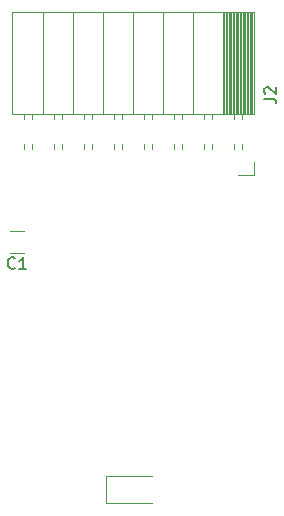
<source format=gto>
G04 #@! TF.GenerationSoftware,KiCad,Pcbnew,7.0.10-1.fc39*
G04 #@! TF.CreationDate,2024-03-02T06:46:17-08:00*
G04 #@! TF.ProjectId,mikrobus-pmod-adapt,6d696b72-6f62-4757-932d-706d6f642d61,rev?*
G04 #@! TF.SameCoordinates,Original*
G04 #@! TF.FileFunction,Legend,Top*
G04 #@! TF.FilePolarity,Positive*
%FSLAX46Y46*%
G04 Gerber Fmt 4.6, Leading zero omitted, Abs format (unit mm)*
G04 Created by KiCad (PCBNEW 7.0.10-1.fc39) date 2024-03-02 06:46:17*
%MOMM*%
%LPD*%
G01*
G04 APERTURE LIST*
%ADD10C,0.150000*%
%ADD11C,0.120000*%
G04 APERTURE END LIST*
D10*
X111114819Y-78678333D02*
X111829104Y-78678333D01*
X111829104Y-78678333D02*
X111971961Y-78725952D01*
X111971961Y-78725952D02*
X112067200Y-78821190D01*
X112067200Y-78821190D02*
X112114819Y-78964047D01*
X112114819Y-78964047D02*
X112114819Y-79059285D01*
X111210057Y-78249761D02*
X111162438Y-78202142D01*
X111162438Y-78202142D02*
X111114819Y-78106904D01*
X111114819Y-78106904D02*
X111114819Y-77868809D01*
X111114819Y-77868809D02*
X111162438Y-77773571D01*
X111162438Y-77773571D02*
X111210057Y-77725952D01*
X111210057Y-77725952D02*
X111305295Y-77678333D01*
X111305295Y-77678333D02*
X111400533Y-77678333D01*
X111400533Y-77678333D02*
X111543390Y-77725952D01*
X111543390Y-77725952D02*
X112114819Y-78297380D01*
X112114819Y-78297380D02*
X112114819Y-77678333D01*
X90003333Y-92984580D02*
X89955714Y-93032200D01*
X89955714Y-93032200D02*
X89812857Y-93079819D01*
X89812857Y-93079819D02*
X89717619Y-93079819D01*
X89717619Y-93079819D02*
X89574762Y-93032200D01*
X89574762Y-93032200D02*
X89479524Y-92936961D01*
X89479524Y-92936961D02*
X89431905Y-92841723D01*
X89431905Y-92841723D02*
X89384286Y-92651247D01*
X89384286Y-92651247D02*
X89384286Y-92508390D01*
X89384286Y-92508390D02*
X89431905Y-92317914D01*
X89431905Y-92317914D02*
X89479524Y-92222676D01*
X89479524Y-92222676D02*
X89574762Y-92127438D01*
X89574762Y-92127438D02*
X89717619Y-92079819D01*
X89717619Y-92079819D02*
X89812857Y-92079819D01*
X89812857Y-92079819D02*
X89955714Y-92127438D01*
X89955714Y-92127438D02*
X90003333Y-92175057D01*
X90955714Y-93079819D02*
X90384286Y-93079819D01*
X90670000Y-93079819D02*
X90670000Y-92079819D01*
X90670000Y-92079819D02*
X90574762Y-92222676D01*
X90574762Y-92222676D02*
X90479524Y-92317914D01*
X90479524Y-92317914D02*
X90384286Y-92365533D01*
D11*
G04 #@! TO.C,J2*
X110220000Y-71365000D02*
X89780000Y-71365000D01*
X110220000Y-71365000D02*
X110220000Y-79995000D01*
X110100000Y-71365000D02*
X110100000Y-79995000D01*
X109981905Y-71365000D02*
X109981905Y-79995000D01*
X109863810Y-71365000D02*
X109863810Y-79995000D01*
X109745715Y-71365000D02*
X109745715Y-79995000D01*
X109627620Y-71365000D02*
X109627620Y-79995000D01*
X109509525Y-71365000D02*
X109509525Y-79995000D01*
X109391430Y-71365000D02*
X109391430Y-79995000D01*
X109273335Y-71365000D02*
X109273335Y-79995000D01*
X109155240Y-71365000D02*
X109155240Y-79995000D01*
X109037145Y-71365000D02*
X109037145Y-79995000D01*
X108919050Y-71365000D02*
X108919050Y-79995000D01*
X108800955Y-71365000D02*
X108800955Y-79995000D01*
X108682860Y-71365000D02*
X108682860Y-79995000D01*
X108564765Y-71365000D02*
X108564765Y-79995000D01*
X108446670Y-71365000D02*
X108446670Y-79995000D01*
X108328575Y-71365000D02*
X108328575Y-79995000D01*
X108210480Y-71365000D02*
X108210480Y-79995000D01*
X108092385Y-71365000D02*
X108092385Y-79995000D01*
X107974290Y-71365000D02*
X107974290Y-79995000D01*
X107856195Y-71365000D02*
X107856195Y-79995000D01*
X107738100Y-71365000D02*
X107738100Y-79995000D01*
X107620000Y-71365000D02*
X107620000Y-79995000D01*
X105080000Y-71365000D02*
X105080000Y-79995000D01*
X102540000Y-71365000D02*
X102540000Y-79995000D01*
X100000000Y-71365000D02*
X100000000Y-79995000D01*
X97460000Y-71365000D02*
X97460000Y-79995000D01*
X94920000Y-71365000D02*
X94920000Y-79995000D01*
X92380000Y-71365000D02*
X92380000Y-79995000D01*
X89780000Y-71365000D02*
X89780000Y-79995000D01*
X110220000Y-79995000D02*
X89780000Y-79995000D01*
X109250000Y-79995000D02*
X109250000Y-80405000D01*
X108530000Y-79995000D02*
X108530000Y-80405000D01*
X106710000Y-79995000D02*
X106710000Y-80405000D01*
X105990000Y-79995000D02*
X105990000Y-80405000D01*
X104170000Y-79995000D02*
X104170000Y-80405000D01*
X103450000Y-79995000D02*
X103450000Y-80405000D01*
X101630000Y-79995000D02*
X101630000Y-80405000D01*
X100910000Y-79995000D02*
X100910000Y-80405000D01*
X99090000Y-79995000D02*
X99090000Y-80405000D01*
X98370000Y-79995000D02*
X98370000Y-80405000D01*
X96550000Y-79995000D02*
X96550000Y-80405000D01*
X95830000Y-79995000D02*
X95830000Y-80405000D01*
X94010000Y-79995000D02*
X94010000Y-80405000D01*
X93290000Y-79995000D02*
X93290000Y-80405000D01*
X91470000Y-79995000D02*
X91470000Y-80405000D01*
X90750000Y-79995000D02*
X90750000Y-80405000D01*
X109250000Y-82505000D02*
X109250000Y-82885000D01*
X108530000Y-82505000D02*
X108530000Y-82885000D01*
X106710000Y-82505000D02*
X106710000Y-82945000D01*
X105990000Y-82505000D02*
X105990000Y-82945000D01*
X104170000Y-82505000D02*
X104170000Y-82945000D01*
X103450000Y-82505000D02*
X103450000Y-82945000D01*
X101630000Y-82505000D02*
X101630000Y-82945000D01*
X100910000Y-82505000D02*
X100910000Y-82945000D01*
X99090000Y-82505000D02*
X99090000Y-82945000D01*
X98370000Y-82505000D02*
X98370000Y-82945000D01*
X96550000Y-82505000D02*
X96550000Y-82945000D01*
X95830000Y-82505000D02*
X95830000Y-82945000D01*
X94010000Y-82505000D02*
X94010000Y-82945000D01*
X93290000Y-82505000D02*
X93290000Y-82945000D01*
X91470000Y-82505000D02*
X91470000Y-82945000D01*
X90750000Y-82505000D02*
X90750000Y-82945000D01*
X110220000Y-83995000D02*
X110220000Y-85105000D01*
X110220000Y-85105000D02*
X108890000Y-85105000D01*
G04 #@! TO.C,C1*
X90772064Y-91715000D02*
X89567936Y-91715000D01*
X90772064Y-89895000D02*
X89567936Y-89895000D01*
G04 #@! TO.C,LED1*
X97715000Y-110625000D02*
X97715000Y-112895000D01*
X97715000Y-112895000D02*
X101600000Y-112895000D01*
X101600000Y-110625000D02*
X97715000Y-110625000D01*
G04 #@! TD*
M02*

</source>
